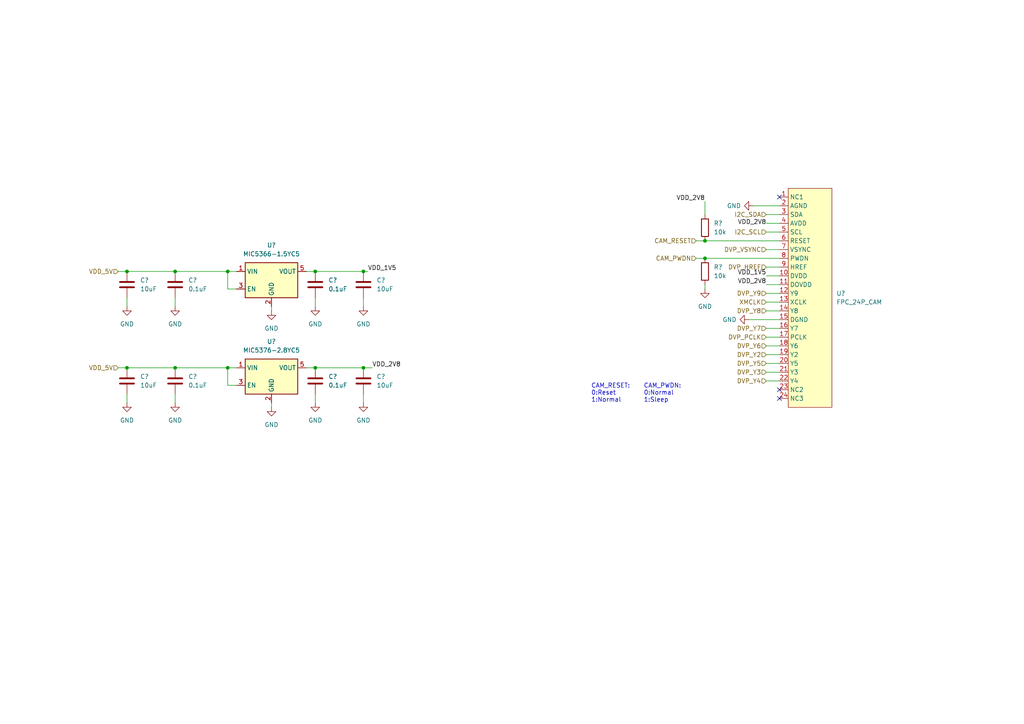
<source format=kicad_sch>
(kicad_sch (version 20211123) (generator eeschema)
  (paper "A4")
  (lib_symbols
    (symbol "Custom:FPC_24P_CAM"
      (property "Reference" "U" (at 0 35.56 0))
      (property "Value" "FPC_24P_CAM" (at 0 33.02 0))
      (symbol "FPC_24P_CAM_0_0"
        (pin unspecified line (at -8.89 29.21 0) (length 2.54) (name "NC1") (number "1"))
        (pin unspecified line (at -8.89 6.35 0) (length 2.54) (name "DVDD") (number "10"))
        (pin unspecified line (at -8.89 3.81 0) (length 2.54) (name "DOVDD") (number "11"))
        (pin unspecified line (at -8.89 1.27 0) (length 2.54) (name "Y9") (number "12"))
        (pin unspecified line (at -8.89 -1.27 0) (length 2.54) (name "XCLK") (number "13"))
        (pin unspecified line (at -8.89 -3.81 0) (length 2.54) (name "Y8") (number "14"))
        (pin unspecified line (at -8.89 -6.35 0) (length 2.54) (name "DGND") (number "15"))
        (pin unspecified line (at -8.89 -8.89 0) (length 2.54) (name "Y7") (number "16"))
        (pin unspecified line (at -8.89 -11.43 0) (length 2.54) (name "PCLK") (number "17"))
        (pin unspecified line (at -8.89 -13.97 0) (length 2.54) (name "Y6") (number "18"))
        (pin unspecified line (at -8.89 -16.51 0) (length 2.54) (name "Y2") (number "19"))
        (pin unspecified line (at -8.89 26.67 0) (length 2.54) (name "AGND") (number "2"))
        (pin unspecified line (at -8.89 -19.05 0) (length 2.54) (name "Y5") (number "20"))
        (pin unspecified line (at -8.89 -21.59 0) (length 2.54) (name "Y3") (number "21"))
        (pin unspecified line (at -8.89 -24.13 0) (length 2.54) (name "Y4") (number "22"))
        (pin unspecified line (at -8.89 -26.67 0) (length 2.54) (name "NC2") (number "23"))
        (pin unspecified line (at -8.89 -29.21 0) (length 2.54) (name "NC3") (number "24"))
        (pin unspecified line (at -8.89 24.13 0) (length 2.54) (name "SDA") (number "3"))
        (pin unspecified line (at -8.89 21.59 0) (length 2.54) (name "AVDD") (number "4"))
        (pin unspecified line (at -8.89 19.05 0) (length 2.54) (name "SCL") (number "5"))
        (pin unspecified line (at -8.89 16.51 0) (length 2.54) (name "RESET") (number "6"))
        (pin unspecified line (at -8.89 13.97 0) (length 2.54) (name "VSYNC") (number "7"))
        (pin unspecified line (at -8.89 11.43 0) (length 2.54) (name "PWDN") (number "8"))
        (pin unspecified line (at -8.89 8.89 0) (length 2.54) (name "HREF") (number "9"))
      )
      (symbol "FPC_24P_CAM_0_1"
        (rectangle (start -6.35 31.75) (end 6.35 -31.75) (fill (type background)))
      )
    )
    (symbol "Custom:MIC5366-1.5YC5"
      (property "Reference" "U" (at -6.35 6.35 0))
      (property "Value" "MIC5366-1.5YC5" (at 0 6.35 0))
      (symbol "MIC5366-1.5YC5_0_1"
        (rectangle (start -7.62 -5.08) (end 7.62 5.08) (stroke (width 0.254)) (fill (type background)))
      )
      (symbol "MIC5366-1.5YC5_1_1"
        (pin power_in line (at -10.16 2.54 0) (length 2.54) (name "VIN") (number "1"))
        (pin power_in line (at 0 -7.62 90) (length 2.54) (name "GND") (number "2"))
        (pin input line (at -10.16 -2.54 0) (length 2.54) (name "EN") (number "3"))
        (pin no_connect line (at 7.62 -2.54 180) (length 2.54) hide (name "NC") (number "4"))
        (pin power_out line (at 10.16 2.54 180) (length 2.54) (name "VOUT") (number "5"))
      )
    )
    (symbol "Custom:MIC5376-2.8YC5"
      (property "Reference" "U" (at -6.35 6.35 0))
      (property "Value" "MIC5376-2.8YC5" (at 0 6.35 0))
      (symbol "MIC5376-2.8YC5_0_1"
        (rectangle (start -7.62 -5.08) (end 7.62 5.08) (stroke (width 0.254)) (fill (type background)))
      )
      (symbol "MIC5376-2.8YC5_1_1"
        (pin power_in line (at -10.16 2.54 0) (length 2.54) (name "VIN") (number "1"))
        (pin power_in line (at 0 -7.62 90) (length 2.54) (name "GND") (number "2"))
        (pin input line (at -10.16 -2.54 0) (length 2.54) (name "EN") (number "3"))
        (pin no_connect line (at 7.62 -2.54 180) (length 2.54) hide (name "NC") (number "4"))
        (pin power_out line (at 10.16 2.54 180) (length 2.54) (name "VOUT") (number "5"))
      )
    )
    (symbol "Device:C" (pin_numbers hide) (pin_names (offset 0.254))
      (property "Reference" "C" (at 0.635 2.54 0))
      (property "Value" "C" (at 0.635 -2.54 0))
      (symbol "C_0_1"
        (polyline (pts (xy -2.032 -0.762) (xy 2.032 -0.762)) (stroke (width 0.508)))
        (polyline (pts (xy -2.032 0.762) (xy 2.032 0.762)) (stroke (width 0.508)))
      )
      (symbol "C_1_1"
        (pin passive line (at 0 3.81 270) (length 2.794) (name "~") (number "1"))
        (pin passive line (at 0 -3.81 90) (length 2.794) (name "~") (number "2"))
      )
    )
    (symbol "Device:R" (pin_numbers hide) (pin_names (offset 0))
      (property "Reference" "R" (at 2.032 0 90))
      (property "Value" "R" (at 0 0 90))
      (symbol "R_0_1"
        (rectangle (start -1.016 -2.54) (end 1.016 2.54) (stroke (width 0.254)))
      )
      (symbol "R_1_1"
        (pin passive line (at 0 3.81 270) (length 1.27) (name "~") (number "1"))
        (pin passive line (at 0 -3.81 90) (length 1.27) (name "~") (number "2"))
      )
    )
    (symbol "power:GND" (power) (pin_names (offset 0))
      (property "Value" "GND" (at 0 -3.81 0))
      (symbol "GND_0_1"
        (polyline (pts (xy 0 0) (xy 0 -1.27) (xy 1.27 -1.27) (xy 0 -2.54) (xy -1.27 -1.27) (xy 0 -1.27)))
      )
      (symbol "GND_1_1"
        (pin power_in line (at 0 0 270) (length 0) hide (name "GND") (number "1"))
      )
    )
  )
  (junction (at 50.8 78.74))
  (junction (at 91.44 78.74))
  (junction (at 105.41 106.68))
  (junction (at 66.04 106.68))
  (junction (at 66.04 78.74))
  (junction (at 105.41 78.74))
  (junction (at 50.8 106.68))
  (junction (at 204.47 69.85))
  (junction (at 204.47 74.93))
  (junction (at 36.83 78.74))
  (junction (at 91.44 106.68))
  (junction (at 36.83 106.68))
  (no_connect (at 226.06 57.15))
  (no_connect (at 226.06 113.03))
  (no_connect (at 226.06 115.57))
  (wire (pts (xy 222.25 97.79) (xy 226.06 97.79)))
  (wire (pts (xy 91.44 78.74) (xy 105.41 78.74)))
  (wire (pts (xy 222.25 64.77) (xy 226.06 64.77)))
  (wire (pts (xy 201.93 74.93) (xy 204.47 74.93)))
  (wire (pts (xy 222.25 105.41) (xy 226.06 105.41)))
  (wire (pts (xy 68.58 83.82) (xy 66.04 83.82)))
  (wire (pts (xy 36.83 106.68) (xy 50.8 106.68)))
  (wire (pts (xy 50.8 78.74) (xy 66.04 78.74)))
  (wire (pts (xy 204.47 69.85) (xy 226.06 69.85)))
  (wire (pts (xy 34.29 106.68) (xy 36.83 106.68)))
  (wire (pts (xy 222.25 110.49) (xy 226.06 110.49)))
  (wire (pts (xy 222.25 85.09) (xy 226.06 85.09)))
  (wire (pts (xy 105.41 86.36) (xy 105.41 88.9)))
  (wire (pts (xy 66.04 111.76) (xy 66.04 106.68)))
  (wire (pts (xy 91.44 114.3) (xy 91.44 116.84)))
  (wire (pts (xy 222.25 62.23) (xy 226.06 62.23)))
  (wire (pts (xy 66.04 83.82) (xy 66.04 78.74)))
  (wire (pts (xy 66.04 78.74) (xy 68.58 78.74)))
  (wire (pts (xy 105.41 78.74) (xy 106.68 78.74)))
  (wire (pts (xy 88.9 78.74) (xy 91.44 78.74)))
  (wire (pts (xy 204.47 74.93) (xy 226.06 74.93)))
  (wire (pts (xy 91.44 106.68) (xy 105.41 106.68)))
  (wire (pts (xy 88.9 106.68) (xy 91.44 106.68)))
  (wire (pts (xy 78.74 116.84) (xy 78.74 118.11)))
  (wire (pts (xy 222.25 87.63) (xy 226.06 87.63)))
  (wire (pts (xy 222.25 72.39) (xy 226.06 72.39)))
  (wire (pts (xy 68.58 111.76) (xy 66.04 111.76)))
  (wire (pts (xy 222.25 90.17) (xy 226.06 90.17)))
  (wire (pts (xy 222.25 77.47) (xy 226.06 77.47)))
  (wire (pts (xy 36.83 114.3) (xy 36.83 116.84)))
  (wire (pts (xy 78.74 88.9) (xy 78.74 90.17)))
  (wire (pts (xy 204.47 58.42) (xy 204.47 62.23)))
  (wire (pts (xy 222.25 107.95) (xy 226.06 107.95)))
  (wire (pts (xy 222.25 67.31) (xy 226.06 67.31)))
  (wire (pts (xy 204.47 83.82) (xy 204.47 82.55)))
  (wire (pts (xy 36.83 86.36) (xy 36.83 88.9)))
  (wire (pts (xy 36.83 78.74) (xy 50.8 78.74)))
  (wire (pts (xy 105.41 114.3) (xy 105.41 116.84)))
  (wire (pts (xy 91.44 86.36) (xy 91.44 88.9)))
  (wire (pts (xy 218.44 59.69) (xy 226.06 59.69)))
  (wire (pts (xy 50.8 114.3) (xy 50.8 116.84)))
  (wire (pts (xy 36.83 78.74) (xy 34.29 78.74)))
  (wire (pts (xy 222.25 80.01) (xy 226.06 80.01)))
  (wire (pts (xy 217.17 92.71) (xy 226.06 92.71)))
  (wire (pts (xy 222.25 100.33) (xy 226.06 100.33)))
  (wire (pts (xy 222.25 82.55) (xy 226.06 82.55)))
  (wire (pts (xy 66.04 106.68) (xy 68.58 106.68)))
  (wire (pts (xy 50.8 106.68) (xy 66.04 106.68)))
  (wire (pts (xy 222.25 95.25) (xy 226.06 95.25)))
  (wire (pts (xy 201.93 69.85) (xy 204.47 69.85)))
  (wire (pts (xy 105.41 106.68) (xy 107.95 106.68)))
  (wire (pts (xy 222.25 102.87) (xy 226.06 102.87)))
  (wire (pts (xy 50.8 86.36) (xy 50.8 88.9)))
  (text "CAM_RESET:\n0:Reset\n1:Normal" (at 171.45 116.84 0) (effects (font (size 1.27 1.27)) (justify left bottom)))
  (text "CAM_PWDN:\n0:Normal\n1:Sleep" (at 186.69 116.84 0) (effects (font (size 1.27 1.27)) (justify left bottom)))
  (label "VDD_2V8" (at 222.25 65.405 180))
  (label "VDD_1V5" (at 222.25 80.01 180))
  (label "VDD_1V5" (at 106.68 78.74 0))
  (label "VDD_2V8" (at 107.95 106.68 0))
  (label "VDD_2V8" (at 204.47 58.42 180))
  (label "VDD_2V8" (at 222.25 82.55 180))
  (hierarchical_label "DVP_Y9" (shape input) (at 222.25 85.09 180))
  (hierarchical_label "I2C_SDA" (shape input) (at 222.25 62.23 180))
  (hierarchical_label "DVP_HREF" (shape input) (at 222.25 77.47 180))
  (hierarchical_label "DVP_PCLK" (shape input) (at 222.25 97.79 180))
  (hierarchical_label "DVP_Y4" (shape input) (at 222.25 110.49 180))
  (hierarchical_label "DVP_Y6" (shape input) (at 222.25 100.33 180))
  (hierarchical_label "DVP_Y2" (shape input) (at 222.25 102.87 180))
  (hierarchical_label "XMCLK" (shape input) (at 222.25 87.63 180))
  (hierarchical_label "CAM_PWDN" (shape input) (at 201.93 74.93 180))
  (hierarchical_label "I2C_SCL" (shape input) (at 222.25 67.31 180))
  (hierarchical_label "CAM_RESET" (shape input) (at 201.93 69.85 180))
  (hierarchical_label "VDD_5V" (shape input) (at 34.29 106.68 180))
  (hierarchical_label "VDD_5V" (shape input) (at 34.29 78.74 180))
  (hierarchical_label "DVP_VSYNC" (shape input) (at 222.25 72.39 180))
  (hierarchical_label "DVP_Y5" (shape input) (at 222.25 105.41 180))
  (hierarchical_label "DVP_Y8" (shape input) (at 222.25 90.17 180))
  (hierarchical_label "DVP_Y3" (shape input) (at 222.25 107.95 180))
  (hierarchical_label "DVP_Y7" (shape input) (at 222.25 95.25 180))
  (symbol (lib_id "power:GND") (at 50.8 88.9 0) (unit 1)
    (property "Reference" "#PWR?" (effects hide))
    (property "Value" "GND" (at 50.8 93.98 0))
  )
  (symbol (lib_id "power:GND") (at 36.83 116.84 0) (unit 1)
    (property "Reference" "#PWR?" (effects hide))
    (property "Value" "GND" (at 36.83 121.92 0))
  )
  (symbol (lib_id "power:GND") (at 105.41 116.84 0) (unit 1)
    (property "Reference" "#PWR?" (effects hide))
    (property "Value" "GND" (at 105.41 121.92 0))
  )
  (symbol (lib_id "power:GND") (at 78.74 90.17 0) (unit 1)
    (property "Reference" "#PWR?" (effects hide))
    (property "Value" "GND" (at 78.74 95.25 0))
  )
  (symbol (lib_id "Device:C") (at 91.44 82.55 0) (unit 1)
    (property "Reference" "C?" (at 95.25 81.2799 0) (effects (justify left)))
    (property "Value" "0.1uF" (at 95.25 83.8199 0) (effects (justify left)))
  )
  (symbol (lib_id "power:GND") (at 204.47 83.82 0) (unit 1)
    (property "Reference" "#PWR?" (effects hide))
    (property "Value" "GND" (at 204.47 88.9 0))
  )
  (symbol (lib_id "Device:C") (at 50.8 110.49 0) (unit 1)
    (property "Reference" "C?" (at 54.61 109.2199 0) (effects (justify left)))
    (property "Value" "0.1uF" (at 54.61 111.7599 0) (effects (justify left)))
  )
  (symbol (lib_id "power:GND") (at 105.41 88.9 0) (unit 1)
    (property "Reference" "#PWR?" (effects hide))
    (property "Value" "GND" (at 105.41 93.98 0))
  )
  (symbol (lib_id "Device:C") (at 36.83 110.49 0) (unit 1)
    (property "Reference" "C?" (at 40.64 109.2199 0) (effects (justify left)))
    (property "Value" "10uF" (at 40.64 111.7599 0) (effects (justify left)))
  )
  (symbol (lib_id "Device:R") (at 204.47 78.74 0) (unit 1)
    (property "Reference" "R?" (at 207.01 77.4699 0) (effects (justify left)))
    (property "Value" "10k" (at 207.01 80.0099 0) (effects (justify left)))
  )
  (symbol (lib_id "power:GND") (at 91.44 88.9 0) (unit 1)
    (property "Reference" "#PWR?" (effects hide))
    (property "Value" "GND" (at 91.44 93.98 0))
  )
  (symbol (lib_id "power:GND") (at 218.44 59.69 270) (unit 1)
    (property "Reference" "#PWR?" (effects hide))
    (property "Value" "GND" (at 210.82 59.69 90) (effects (justify left)))
  )
  (symbol (lib_id "power:GND") (at 78.74 118.11 0) (unit 1)
    (property "Reference" "#PWR?" (effects hide))
    (property "Value" "GND" (at 78.74 123.19 0))
  )
  (symbol (lib_id "Device:C") (at 105.41 110.49 0) (unit 1)
    (property "Reference" "C?" (at 109.22 109.2199 0) (effects (justify left)))
    (property "Value" "10uF" (at 109.22 111.7599 0) (effects (justify left)))
  )
  (symbol (lib_id "Custom:MIC5376-2.8YC5") (at 78.74 109.22 0) (unit 1)
    (property "Reference" "U?" (at 78.74 99.06 0))
    (property "Value" "MIC5376-2.8YC5" (at 78.74 101.6 0))
    (property "Footprint" "Package_TO_SOT_SMD:SOT-353_SC-70-5" (effects hide))
    (property "Datasheet" "https://ww1.microchip.com/downloads/en/DeviceDoc/MIC5376-7-8-High-Performance-Low-Dropout-150mA-LDO-DS20006080A.pdf" (effects hide))
  )
  (symbol (lib_id "Device:C") (at 91.44 110.49 0) (unit 1)
    (property "Reference" "C?" (at 95.25 109.2199 0) (effects (justify left)))
    (property "Value" "0.1uF" (at 95.25 111.7599 0) (effects (justify left)))
  )
  (symbol (lib_id "Device:C") (at 36.83 82.55 0) (unit 1)
    (property "Reference" "C?" (at 40.64 81.2799 0) (effects (justify left)))
    (property "Value" "10uF" (at 40.64 83.8199 0) (effects (justify left)))
  )
  (symbol (lib_id "Custom:MIC5366-1.5YC5") (at 78.74 81.28 0) (unit 1)
    (property "Reference" "U?" (at 78.74 71.12 0))
    (property "Value" "MIC5366-1.5YC5" (at 78.74 73.66 0))
    (property "Footprint" "Package_TO_SOT_SMD:SOT-353_SC-70-5" (effects hide))
    (property "Datasheet" "http://ww1.microchip.com/downloads/en/DeviceDoc/mic5366.pdf" (effects hide))
  )
  (symbol (lib_id "Custom:FPC_24P_CAM") (at 234.95 86.36 0) (unit 1)
    (property "Reference" "U?" (at 242.57 85.0899 0) (effects (justify left)))
    (property "Value" "FPC_24P_CAM" (at 242.57 87.6299 0) (effects (justify left)))
  )
  (symbol (lib_id "Device:C") (at 105.41 82.55 0) (unit 1)
    (property "Reference" "C?" (at 109.22 81.2799 0) (effects (justify left)))
    (property "Value" "10uF" (at 109.22 83.8199 0) (effects (justify left)))
  )
  (symbol (lib_id "power:GND") (at 91.44 116.84 0) (unit 1)
    (property "Reference" "#PWR?" (effects hide))
    (property "Value" "GND" (at 91.44 121.92 0))
  )
  (symbol (lib_id "Device:R") (at 204.47 66.04 0) (unit 1)
    (property "Reference" "R?" (at 207.01 64.7699 0) (effects (justify left)))
    (property "Value" "10k" (at 207.01 67.3099 0) (effects (justify left)))
  )
  (symbol (lib_id "Device:C") (at 50.8 82.55 0) (unit 1)
    (property "Reference" "C?" (at 54.61 81.2799 0) (effects (justify left)))
    (property "Value" "0.1uF" (at 54.61 83.8199 0) (effects (justify left)))
  )
  (symbol (lib_id "power:GND") (at 50.8 116.84 0) (unit 1)
    (property "Reference" "#PWR?" (effects hide))
    (property "Value" "GND" (at 50.8 121.92 0))
  )
  (symbol (lib_id "power:GND") (at 217.17 92.71 270) (unit 1)
    (property "Reference" "#PWR?" (effects hide))
    (property "Value" "GND" (at 209.55 92.71 90) (effects (justify left)))
  )
  (symbol (lib_id "power:GND") (at 36.83 88.9 0) (unit 1)
    (property "Reference" "#PWR?" (effects hide))
    (property "Value" "GND" (at 36.83 93.98 0))
  )
)
</source>
